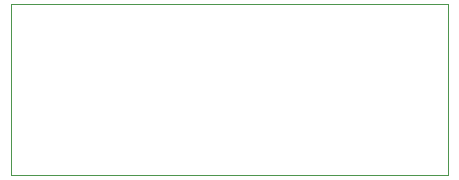
<source format=gbr>
%TF.GenerationSoftware,KiCad,Pcbnew,(5.1.6)-1*%
%TF.CreationDate,2021-04-27T15:39:35-05:00*%
%TF.ProjectId,Pikatea SD card Module,50696b61-7465-4612-9053-442063617264,rev?*%
%TF.SameCoordinates,Original*%
%TF.FileFunction,Profile,NP*%
%FSLAX46Y46*%
G04 Gerber Fmt 4.6, Leading zero omitted, Abs format (unit mm)*
G04 Created by KiCad (PCBNEW (5.1.6)-1) date 2021-04-27 15:39:35*
%MOMM*%
%LPD*%
G01*
G04 APERTURE LIST*
%TA.AperFunction,Profile*%
%ADD10C,0.050000*%
%TD*%
G04 APERTURE END LIST*
D10*
X189000000Y-88000000D02*
X226000000Y-88000000D01*
X189000000Y-73500000D02*
X226000000Y-73500000D01*
X226000000Y-88000000D02*
X226000000Y-73500000D01*
X189000000Y-73500000D02*
X189000000Y-88000000D01*
M02*

</source>
